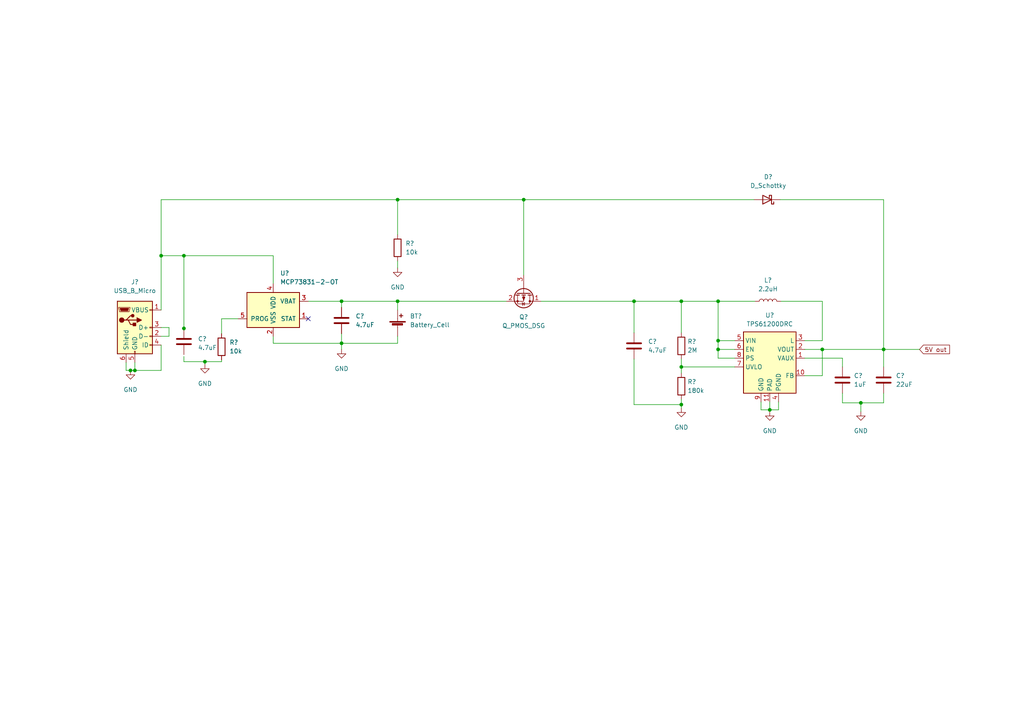
<source format=kicad_sch>
(kicad_sch (version 20211123) (generator eeschema)
  (paper "A4")
  (lib_symbols
    (symbol "Battery_Management:MCP73831-2-OT" (pin_names (offset 1.016))
      (property "Reference" "U" (at -7.62 6.35 0))
      (property "Value" "MCP73831-2-OT" (at 1.27 6.35 0))
      (symbol "MCP73831-2-OT_0_1"
        (rectangle (start -7.62 5.08) (end 7.62 -5.08) (stroke (width 0.254)) (fill (type background)))
      )
      (symbol "MCP73831-2-OT_1_1"
        (pin output line (at 10.16 -2.54 180) (length 2.54) (name "STAT") (number "1"))
        (pin power_in line (at 0 -7.62 90) (length 2.54) (name "VSS") (number "2"))
        (pin power_out line (at 10.16 2.54 180) (length 2.54) (name "VBAT") (number "3"))
        (pin power_in line (at 0 7.62 270) (length 2.54) (name "VDD") (number "4"))
        (pin input line (at -10.16 -2.54 0) (length 2.54) (name "PROG") (number "5"))
      )
    )
    (symbol "Connector:USB_B_Micro" (pin_names (offset 1.016))
      (property "Reference" "J" (at -5.08 11.43 0))
      (property "Value" "USB_B_Micro" (at -5.08 8.89 0))
      (symbol "USB_B_Micro_0_1"
        (rectangle (start -5.08 -7.62) (end 5.08 7.62) (stroke (width 0.254)) (fill (type background)))
        (circle (center -3.81 2.159) (radius 0.635) (stroke (width 0.254)) (fill (type outline)))
        (circle (center -0.635 3.429) (radius 0.381) (stroke (width 0.254)) (fill (type outline)))
        (rectangle (start -0.127 -7.62) (end 0.127 -6.858))
        (polyline (pts (xy -1.905 2.159) (xy 0.635 2.159)) (stroke (width 0.254)))
        (polyline (pts (xy -3.175 2.159) (xy -2.54 2.159) (xy -1.27 3.429) (xy -0.635 3.429)) (stroke (width 0.254)))
        (polyline (pts (xy -2.54 2.159) (xy -1.905 2.159) (xy -1.27 0.889) (xy 0 0.889)) (stroke (width 0.254)))
        (polyline (pts (xy 0.635 2.794) (xy 0.635 1.524) (xy 1.905 2.159) (xy 0.635 2.794)) (stroke (width 0.254)) (fill (type outline)))
        (polyline (pts (xy -4.318 5.588) (xy -1.778 5.588) (xy -2.032 4.826) (xy -4.064 4.826) (xy -4.318 5.588)) (fill (type outline)))
        (polyline (pts (xy -4.699 5.842) (xy -4.699 5.588) (xy -4.445 4.826) (xy -4.445 4.572) (xy -1.651 4.572) (xy -1.651 4.826) (xy -1.397 5.588) (xy -1.397 5.842) (xy -4.699 5.842)))
        (rectangle (start 0.254 1.27) (end -0.508 0.508) (stroke (width 0.254)) (fill (type outline)))
        (rectangle (start 5.08 -5.207) (end 4.318 -4.953))
        (rectangle (start 5.08 -2.667) (end 4.318 -2.413))
        (rectangle (start 5.08 -0.127) (end 4.318 0.127))
        (rectangle (start 5.08 4.953) (end 4.318 5.207))
      )
      (symbol "USB_B_Micro_1_1"
        (pin power_out line (at 7.62 5.08 180) (length 2.54) (name "VBUS") (number "1"))
        (pin bidirectional line (at 7.62 -2.54 180) (length 2.54) (name "D-") (number "2"))
        (pin bidirectional line (at 7.62 0 180) (length 2.54) (name "D+") (number "3"))
        (pin passive line (at 7.62 -5.08 180) (length 2.54) (name "ID") (number "4"))
        (pin power_out line (at 0 -10.16 90) (length 2.54) (name "GND") (number "5"))
        (pin passive line (at -2.54 -10.16 90) (length 2.54) (name "Shield") (number "6"))
      )
    )
    (symbol "Device:Battery_Cell" (pin_numbers hide) (pin_names (offset 0) hide)
      (property "Reference" "BT" (at 2.54 2.54 0))
      (property "Value" "Battery_Cell" (at 2.54 0 0))
      (symbol "Battery_Cell_0_1"
        (rectangle (start -2.286 1.778) (end 2.286 1.524) (fill (type outline)))
        (rectangle (start -1.5748 1.1938) (end 1.4732 0.6858) (fill (type outline)))
        (polyline (pts (xy 0 0.762) (xy 0 0)))
        (polyline (pts (xy 0 1.778) (xy 0 2.54)))
        (polyline (pts (xy 0.508 3.429) (xy 1.524 3.429)) (stroke (width 0.254)))
        (polyline (pts (xy 1.016 3.937) (xy 1.016 2.921)) (stroke (width 0.254)))
      )
      (symbol "Battery_Cell_1_1"
        (pin passive line (at 0 5.08 270) (length 2.54) (name "+") (number "1"))
        (pin passive line (at 0 -2.54 90) (length 2.54) (name "-") (number "2"))
      )
    )
    (symbol "Device:C" (pin_numbers hide) (pin_names (offset 0.254))
      (property "Reference" "C" (at 0.635 2.54 0))
      (property "Value" "C" (at 0.635 -2.54 0))
      (symbol "C_0_1"
        (polyline (pts (xy -2.032 -0.762) (xy 2.032 -0.762)) (stroke (width 0.508)))
        (polyline (pts (xy -2.032 0.762) (xy 2.032 0.762)) (stroke (width 0.508)))
      )
      (symbol "C_1_1"
        (pin passive line (at 0 3.81 270) (length 2.794) (name "~") (number "1"))
        (pin passive line (at 0 -3.81 90) (length 2.794) (name "~") (number "2"))
      )
    )
    (symbol "Device:D_Schottky" (pin_numbers hide) (pin_names (offset 1.016) hide)
      (property "Reference" "D" (at 0 2.54 0))
      (property "Value" "D_Schottky" (at 0 -2.54 0))
      (symbol "D_Schottky_0_1"
        (polyline (pts (xy 1.27 0) (xy -1.27 0)))
        (polyline (pts (xy 1.27 1.27) (xy 1.27 -1.27) (xy -1.27 0) (xy 1.27 1.27)) (stroke (width 0.254)))
        (polyline (pts (xy -1.905 0.635) (xy -1.905 1.27) (xy -1.27 1.27) (xy -1.27 -1.27) (xy -0.635 -1.27) (xy -0.635 -0.635)) (stroke (width 0.254)))
      )
      (symbol "D_Schottky_1_1"
        (pin passive line (at -3.81 0 0) (length 2.54) (name "K") (number "1"))
        (pin passive line (at 3.81 0 180) (length 2.54) (name "A") (number "2"))
      )
    )
    (symbol "Device:L" (pin_numbers hide) (pin_names (offset 1.016) hide)
      (property "Reference" "L" (at -1.27 0 90))
      (property "Value" "L" (at 1.905 0 90))
      (symbol "L_0_1"
        (arc (start 0 -2.54) (mid 0.635 -1.905) (end 0 -1.27))
        (arc (start 0 -1.27) (mid 0.635 -0.635) (end 0 0))
        (arc (start 0 0) (mid 0.635 0.635) (end 0 1.27))
        (arc (start 0 1.27) (mid 0.635 1.905) (end 0 2.54))
      )
      (symbol "L_1_1"
        (pin passive line (at 0 3.81 270) (length 1.27) (name "1") (number "1"))
        (pin passive line (at 0 -3.81 90) (length 1.27) (name "2") (number "2"))
      )
    )
    (symbol "Device:Q_PMOS_DSG" (pin_names (offset 0) hide)
      (property "Reference" "Q" (at 5.08 1.27 0))
      (property "Value" "Q_PMOS_DSG" (at 5.08 -1.27 0))
      (symbol "Q_PMOS_DSG_0_1"
        (polyline (pts (xy 0.254 0) (xy -2.54 0)))
        (polyline (pts (xy 0.254 1.905) (xy 0.254 -1.905)) (stroke (width 0.254)))
        (polyline (pts (xy 0.762 -1.27) (xy 0.762 -2.286)) (stroke (width 0.254)))
        (polyline (pts (xy 0.762 0.508) (xy 0.762 -0.508)) (stroke (width 0.254)))
        (polyline (pts (xy 0.762 2.286) (xy 0.762 1.27)) (stroke (width 0.254)))
        (polyline (pts (xy 2.54 2.54) (xy 2.54 1.778)))
        (polyline (pts (xy 2.54 -2.54) (xy 2.54 0) (xy 0.762 0)))
        (polyline (pts (xy 0.762 1.778) (xy 3.302 1.778) (xy 3.302 -1.778) (xy 0.762 -1.778)))
        (polyline (pts (xy 2.286 0) (xy 1.27 0.381) (xy 1.27 -0.381) (xy 2.286 0)) (fill (type outline)))
        (polyline (pts (xy 2.794 -0.508) (xy 2.921 -0.381) (xy 3.683 -0.381) (xy 3.81 -0.254)))
        (polyline (pts (xy 3.302 -0.381) (xy 2.921 0.254) (xy 3.683 0.254) (xy 3.302 -0.381)))
        (circle (center 1.651 0) (radius 2.794) (stroke (width 0.254)))
        (circle (center 2.54 -1.778) (radius 0.254) (fill (type outline)))
        (circle (center 2.54 1.778) (radius 0.254) (fill (type outline)))
      )
      (symbol "Q_PMOS_DSG_1_1"
        (pin passive line (at 2.54 5.08 270) (length 2.54) (name "D") (number "1"))
        (pin passive line (at 2.54 -5.08 90) (length 2.54) (name "S") (number "2"))
        (pin input line (at -5.08 0 0) (length 2.54) (name "G") (number "3"))
      )
    )
    (symbol "Device:R" (pin_numbers hide) (pin_names (offset 0))
      (property "Reference" "R" (at 2.032 0 90))
      (property "Value" "R" (at 0 0 90))
      (symbol "R_0_1"
        (rectangle (start -1.016 -2.54) (end 1.016 2.54) (stroke (width 0.254)))
      )
      (symbol "R_1_1"
        (pin passive line (at 0 3.81 270) (length 1.27) (name "~") (number "1"))
        (pin passive line (at 0 -3.81 90) (length 1.27) (name "~") (number "2"))
      )
    )
    (symbol "Regulator_Switching:TPS61200DRC"
      (property "Reference" "U" (at -10.16 8.89 0))
      (property "Value" "TPS61200DRC" (at -2.54 8.89 0))
      (symbol "TPS61200DRC_0_1"
        (rectangle (start -7.62 7.62) (end 7.62 -10.16) (stroke (width 0.254)) (fill (type background)))
      )
      (symbol "TPS61200DRC_1_1"
        (pin bidirectional line (at 10.16 0 180) (length 2.54) (name "VAUX") (number "1"))
        (pin input line (at 10.16 -5.08 180) (length 2.54) (name "FB") (number "10"))
        (pin power_in line (at 0 -12.7 90) (length 2.54) (name "PAD") (number "11"))
        (pin power_out line (at 10.16 2.54 180) (length 2.54) (name "VOUT") (number "2"))
        (pin input line (at 10.16 5.08 180) (length 2.54) (name "L") (number "3"))
        (pin power_in line (at 2.54 -12.7 90) (length 2.54) (name "PGND") (number "4"))
        (pin power_in line (at -10.16 5.08 0) (length 2.54) (name "VIN") (number "5"))
        (pin input line (at -10.16 2.54 0) (length 2.54) (name "EN") (number "6"))
        (pin input line (at -10.16 -2.54 0) (length 2.54) (name "UVLO") (number "7"))
        (pin input line (at -10.16 0 0) (length 2.54) (name "PS") (number "8"))
        (pin power_in line (at -2.54 -12.7 90) (length 2.54) (name "GND") (number "9"))
      )
    )
    (symbol "power:GND" (power) (pin_names (offset 0))
      (property "Value" "GND" (at 0 -3.81 0))
      (symbol "GND_0_1"
        (polyline (pts (xy 0 0) (xy 0 -1.27) (xy 1.27 -1.27) (xy 0 -2.54) (xy -1.27 -1.27) (xy 0 -1.27)))
      )
      (symbol "GND_1_1"
        (pin power_in line (at 0 0 270) (length 0) hide (name "GND") (number "1"))
      )
    )
  )
  (junction (at 99.06 99.568))
  (junction (at 39.116 107.442))
  (junction (at 208.28 98.806))
  (junction (at 115.316 87.376))
  (junction (at 99.06 87.376))
  (junction (at 151.892 57.912))
  (junction (at 53.34 95.25))
  (junction (at 238.506 101.346))
  (junction (at 249.682 116.84))
  (junction (at 197.612 106.426))
  (junction (at 223.266 118.872))
  (junction (at 197.612 117.348))
  (junction (at 37.846 107.442))
  (junction (at 59.436 104.902))
  (junction (at 115.316 57.912))
  (junction (at 208.28 87.376))
  (junction (at 208.28 101.346))
  (junction (at 46.736 74.168))
  (junction (at 183.896 87.376))
  (junction (at 197.612 87.376))
  (junction (at 256.286 101.346))
  (junction (at 53.34 74.168))
  (no_connect (at 89.408 92.456))
  (wire (pts (xy 79.248 99.568) (xy 99.06 99.568)))
  (wire (pts (xy 39.116 107.442) (xy 46.736 107.442)))
  (wire (pts (xy 197.612 104.14) (xy 197.612 106.426)))
  (wire (pts (xy 197.612 87.376) (xy 208.28 87.376)))
  (wire (pts (xy 115.316 97.536) (xy 115.316 99.568)))
  (wire (pts (xy 37.846 107.442) (xy 39.116 107.442)))
  (wire (pts (xy 256.286 101.346) (xy 256.286 106.426)))
  (wire (pts (xy 46.736 57.912) (xy 46.736 74.168)))
  (wire (pts (xy 49.022 94.996) (xy 49.022 97.536)))
  (wire (pts (xy 183.896 104.14) (xy 183.896 117.348)))
  (wire (pts (xy 183.896 96.52) (xy 183.896 87.376)))
  (wire (pts (xy 115.316 75.692) (xy 115.316 77.724)))
  (wire (pts (xy 220.726 116.586) (xy 220.726 118.872)))
  (wire (pts (xy 183.896 117.348) (xy 197.612 117.348)))
  (wire (pts (xy 115.316 87.376) (xy 146.812 87.376)))
  (wire (pts (xy 183.896 87.376) (xy 197.612 87.376)))
  (wire (pts (xy 79.248 82.296) (xy 79.248 74.168)))
  (wire (pts (xy 49.022 97.536) (xy 46.736 97.536)))
  (wire (pts (xy 223.266 119.38) (xy 223.266 118.872)))
  (wire (pts (xy 53.34 74.168) (xy 79.248 74.168)))
  (wire (pts (xy 197.612 106.426) (xy 213.106 106.426)))
  (wire (pts (xy 233.426 103.886) (xy 244.348 103.886)))
  (wire (pts (xy 233.426 108.966) (xy 238.506 108.966)))
  (wire (pts (xy 46.736 74.168) (xy 53.34 74.168)))
  (wire (pts (xy 208.28 101.346) (xy 213.106 101.346)))
  (wire (pts (xy 223.266 116.586) (xy 223.266 118.872)))
  (wire (pts (xy 225.806 116.586) (xy 225.806 118.872)))
  (wire (pts (xy 208.28 98.806) (xy 208.28 101.346)))
  (wire (pts (xy 208.28 87.376) (xy 208.28 98.806)))
  (wire (pts (xy 53.34 95.25) (xy 53.34 95.758)))
  (wire (pts (xy 115.316 89.916) (xy 115.316 87.376)))
  (wire (pts (xy 208.28 101.346) (xy 208.28 103.886)))
  (wire (pts (xy 64.262 92.456) (xy 69.088 92.456)))
  (wire (pts (xy 225.806 118.872) (xy 223.266 118.872)))
  (wire (pts (xy 39.116 105.156) (xy 39.116 107.442)))
  (wire (pts (xy 36.576 105.156) (xy 36.576 107.442)))
  (wire (pts (xy 115.316 57.912) (xy 115.316 68.072)))
  (wire (pts (xy 99.06 99.568) (xy 99.06 101.346)))
  (wire (pts (xy 208.28 87.376) (xy 218.948 87.376)))
  (wire (pts (xy 79.248 97.536) (xy 79.248 99.568)))
  (wire (pts (xy 99.06 96.774) (xy 99.06 99.568)))
  (wire (pts (xy 46.736 100.076) (xy 46.736 107.442)))
  (wire (pts (xy 256.286 116.84) (xy 249.682 116.84)))
  (wire (pts (xy 151.892 57.912) (xy 218.694 57.912)))
  (wire (pts (xy 238.506 98.806) (xy 233.426 98.806)))
  (wire (pts (xy 53.34 103.378) (xy 53.34 104.902)))
  (wire (pts (xy 99.06 87.376) (xy 99.06 89.154)))
  (wire (pts (xy 266.7 101.346) (xy 256.286 101.346)))
  (wire (pts (xy 244.348 103.886) (xy 244.348 106.426)))
  (wire (pts (xy 53.34 104.902) (xy 59.436 104.902)))
  (wire (pts (xy 238.506 87.376) (xy 238.506 98.806)))
  (wire (pts (xy 53.34 74.168) (xy 53.34 95.25)))
  (wire (pts (xy 197.612 96.52) (xy 197.612 87.376)))
  (wire (pts (xy 226.314 57.912) (xy 256.286 57.912)))
  (wire (pts (xy 256.286 114.046) (xy 256.286 116.84)))
  (wire (pts (xy 64.262 104.394) (xy 64.262 104.902)))
  (wire (pts (xy 238.506 101.346) (xy 238.506 108.966)))
  (wire (pts (xy 115.316 57.912) (xy 151.892 57.912)))
  (wire (pts (xy 220.726 118.872) (xy 223.266 118.872)))
  (wire (pts (xy 208.28 98.806) (xy 213.106 98.806)))
  (wire (pts (xy 244.348 114.046) (xy 244.348 116.84)))
  (wire (pts (xy 64.262 104.902) (xy 59.436 104.902)))
  (wire (pts (xy 256.286 101.346) (xy 238.506 101.346)))
  (wire (pts (xy 46.736 74.168) (xy 46.736 89.916)))
  (wire (pts (xy 197.612 106.426) (xy 197.612 108.204)))
  (wire (pts (xy 64.262 96.774) (xy 64.262 92.456)))
  (wire (pts (xy 244.348 116.84) (xy 249.682 116.84)))
  (wire (pts (xy 151.892 57.912) (xy 151.892 79.756)))
  (wire (pts (xy 249.682 116.84) (xy 249.682 119.38)))
  (wire (pts (xy 46.736 57.912) (xy 115.316 57.912)))
  (wire (pts (xy 213.106 103.886) (xy 208.28 103.886)))
  (wire (pts (xy 197.612 117.348) (xy 197.612 118.364)))
  (wire (pts (xy 226.568 87.376) (xy 238.506 87.376)))
  (wire (pts (xy 156.972 87.376) (xy 183.896 87.376)))
  (wire (pts (xy 256.286 57.912) (xy 256.286 101.346)))
  (wire (pts (xy 197.612 115.824) (xy 197.612 117.348)))
  (wire (pts (xy 46.736 94.996) (xy 49.022 94.996)))
  (wire (pts (xy 233.426 101.346) (xy 238.506 101.346)))
  (wire (pts (xy 59.436 104.902) (xy 59.436 105.664)))
  (wire (pts (xy 115.316 99.568) (xy 99.06 99.568)))
  (wire (pts (xy 36.576 107.442) (xy 37.846 107.442)))
  (wire (pts (xy 115.316 87.376) (xy 99.06 87.376)))
  (wire (pts (xy 89.408 87.376) (xy 99.06 87.376)))
  (global_label "5V out" (shape input) (at 266.7 101.346 0) (property "Intersheet References" "${INTERSHEET_REFS}" (effects hide)))
  (symbol (lib_id "power:GND") (at 99.06 101.346 0) (unit 1)
    (property "Reference" "#PWR?" (effects hide))
    (property "Value" "GND" (at 99.06 106.934 0))
  )
  (symbol (lib_id "Device:L") (at 222.758 87.376 90) (unit 1)
    (property "Reference" "L?" (at 222.758 81.28 90))
    (property "Value" "2.2uH" (at 222.758 83.82 90))
  )
  (symbol (lib_id "Device:Q_PMOS_DSG") (at 151.892 84.836 270) (unit 1)
    (property "Reference" "Q?" (at 151.892 91.948 90))
    (property "Value" "Q_PMOS_DSG" (at 151.892 94.488 90))
  )
  (symbol (lib_id "Device:C") (at 99.06 92.964 0) (unit 1)
    (property "Reference" "C?" (at 103.124 91.6939 0) (effects (justify left)))
    (property "Value" "4.7uF" (at 103.124 94.2339 0) (effects (justify left)))
  )
  (symbol (lib_id "Device:D_Schottky") (at 222.504 57.912 180) (unit 1)
    (property "Reference" "D?" (at 222.8215 51.308 0))
    (property "Value" "D_Schottky" (at 222.8215 53.848 0))
  )
  (symbol (lib_id "Device:C") (at 183.896 100.33 0) (unit 1)
    (property "Reference" "C?" (at 187.96 99.0599 0) (effects (justify left)))
    (property "Value" "4.7uF" (at 187.96 101.5999 0) (effects (justify left)))
  )
  (symbol (lib_id "Device:C") (at 256.286 110.236 0) (unit 1)
    (property "Reference" "C?" (at 259.842 108.9659 0) (effects (justify left)))
    (property "Value" "22uF" (at 259.842 111.5059 0) (effects (justify left)))
  )
  (symbol (lib_id "power:GND") (at 197.612 118.364 0) (unit 1)
    (property "Reference" "#PWR?" (effects hide))
    (property "Value" "GND" (at 197.612 123.952 0))
  )
  (symbol (lib_id "Battery_Management:MCP73831-2-OT") (at 79.248 89.916 0) (unit 1)
    (property "Reference" "U?" (at 81.2674 79.248 0) (effects (justify left)))
    (property "Value" "MCP73831-2-OT" (at 81.2674 81.788 0) (effects (justify left)))
    (property "Footprint" "Package_TO_SOT_SMD:SOT-23-5" (effects hide))
    (property "Datasheet" "http://ww1.microchip.com/downloads/en/DeviceDoc/20001984g.pdf" (effects hide))
  )
  (symbol (lib_id "Connector:USB_B_Micro") (at 39.116 94.996 0) (unit 1)
    (property "Reference" "J?" (at 39.116 81.788 0))
    (property "Value" "USB_B_Micro" (at 39.116 84.328 0))
  )
  (symbol (lib_id "Device:R") (at 115.316 71.882 0) (unit 1)
    (property "Reference" "R?" (at 117.602 70.6119 0) (effects (justify left)))
    (property "Value" "10k" (at 117.602 73.1519 0) (effects (justify left)))
  )
  (symbol (lib_id "power:GND") (at 59.436 105.664 0) (unit 1)
    (property "Reference" "#PWR?" (effects hide))
    (property "Value" "GND" (at 59.436 111.252 0))
  )
  (symbol (lib_id "Device:C") (at 244.348 110.236 0) (unit 1)
    (property "Reference" "C?" (at 247.65 108.9659 0) (effects (justify left)))
    (property "Value" "1uF" (at 247.65 111.5059 0) (effects (justify left)))
  )
  (symbol (lib_id "Device:Battery_Cell") (at 115.316 94.996 0) (unit 1)
    (property "Reference" "BT?" (at 118.872 91.6939 0) (effects (justify left)))
    (property "Value" "Battery_Cell" (at 118.872 94.2339 0) (effects (justify left)))
  )
  (symbol (lib_id "Device:C") (at 53.34 99.06 0) (unit 1)
    (property "Reference" "C?" (at 57.404 98.2979 0) (effects (justify left)))
    (property "Value" "4.7uF" (at 57.404 100.8379 0) (effects (justify left)))
  )
  (symbol (lib_id "Regulator_Switching:TPS61200DRC") (at 223.266 103.886 0) (unit 1)
    (property "Reference" "U?" (at 223.266 91.44 0))
    (property "Value" "TPS61200DRC" (at 223.266 93.98 0))
    (property "Footprint" "Package_SON:Texas_S-PVSON-N10_ThermalVias" (effects hide))
    (property "Datasheet" "http://www.ti.com/lit/ds/symlink/tps61200.pdf" (effects hide))
  )
  (symbol (lib_id "power:GND") (at 223.266 119.38 0) (unit 1)
    (property "Reference" "#PWR?" (effects hide))
    (property "Value" "GND" (at 223.266 124.968 0))
  )
  (symbol (lib_id "Device:R") (at 64.262 100.584 180) (unit 1)
    (property "Reference" "R?" (at 66.548 99.3139 0) (effects (justify right)))
    (property "Value" "10k" (at 66.548 101.8539 0) (effects (justify right)))
  )
  (symbol (lib_id "power:GND") (at 115.316 77.724 0) (unit 1)
    (property "Reference" "#PWR?" (effects hide))
    (property "Value" "GND" (at 115.316 83.312 0))
  )
  (symbol (lib_id "power:GND") (at 249.682 119.38 0) (unit 1)
    (property "Reference" "#PWR?" (effects hide))
    (property "Value" "GND" (at 249.682 124.968 0))
  )
  (symbol (lib_id "power:GND") (at 37.846 107.442 0) (unit 1)
    (property "Reference" "#PWR?" (effects hide))
    (property "Value" "GND" (at 37.846 113.03 0))
  )
  (symbol (lib_id "Device:R") (at 197.612 112.014 0) (unit 1)
    (property "Reference" "R?" (at 199.39 110.7439 0) (effects (justify left)))
    (property "Value" "180k" (at 199.39 113.2839 0) (effects (justify left)))
  )
  (symbol (lib_id "Device:R") (at 197.612 100.33 0) (unit 1)
    (property "Reference" "R?" (at 199.39 99.0599 0) (effects (justify left)))
    (property "Value" "2M" (at 199.39 101.5999 0) (effects (justify left)))
  )
)
</source>
